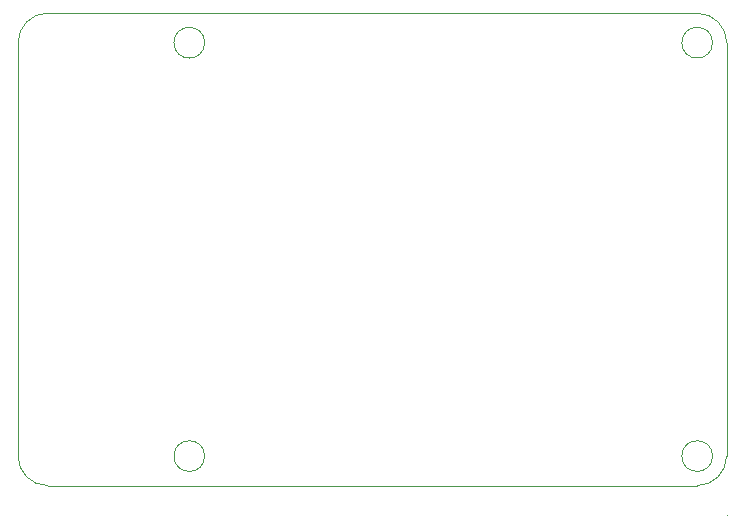
<source format=gbr>
%TF.GenerationSoftware,KiCad,Pcbnew,(5.1.8)-1*%
%TF.CreationDate,2021-05-07T13:22:02+02:00*%
%TF.ProjectId,Inputs_Volante,496e7075-7473-45f5-966f-6c616e74652e,rev?*%
%TF.SameCoordinates,Original*%
%TF.FileFunction,Profile,NP*%
%FSLAX46Y46*%
G04 Gerber Fmt 4.6, Leading zero omitted, Abs format (unit mm)*
G04 Created by KiCad (PCBNEW (5.1.8)-1) date 2021-05-07 13:22:02*
%MOMM*%
%LPD*%
G01*
G04 APERTURE LIST*
%TA.AperFunction,Profile*%
%ADD10C,0.050000*%
%TD*%
G04 APERTURE END LIST*
D10*
X55000000Y-67500000D02*
G75*
G02*
X57500000Y-65000000I2500000J0D01*
G01*
X57500000Y-105000000D02*
G75*
G02*
X55000000Y-102500000I0J2500000D01*
G01*
X115000000Y-107500000D02*
X115000000Y-107500000D01*
X112500000Y-65000000D02*
G75*
G02*
X115000000Y-67500000I0J-2500000D01*
G01*
X115000000Y-102500000D02*
G75*
G02*
X112500000Y-105000000I-2500000J0D01*
G01*
X70800000Y-67500000D02*
G75*
G03*
X70800000Y-67500000I-1300000J0D01*
G01*
X70800000Y-102500000D02*
G75*
G03*
X70800000Y-102500000I-1300000J0D01*
G01*
X113800000Y-67500000D02*
G75*
G03*
X113800000Y-67500000I-1300000J0D01*
G01*
X113800000Y-102500000D02*
G75*
G03*
X113800000Y-102500000I-1300000J0D01*
G01*
X57500000Y-105000000D02*
X112500000Y-105000000D01*
X115000000Y-67500000D02*
X115000000Y-102500000D01*
X57500000Y-65000000D02*
X112500000Y-65000000D01*
X55000000Y-67500000D02*
X55000000Y-102500000D01*
M02*

</source>
